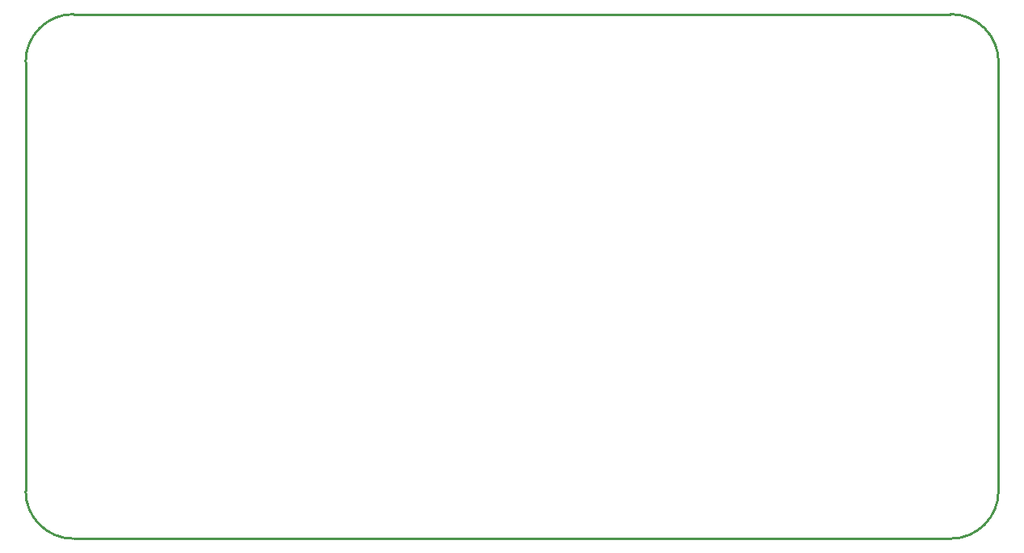
<source format=gko>
G04 Layer: BoardOutline*
G04 EasyEDA v6.4.7, 2020-12-24T11:11:18+08:00*
G04 a96b1d35a67042aea81d214db1df88de,0371d748834c44ad86c168cee136e782,10*
G04 Gerber Generator version 0.2*
G04 Scale: 100 percent, Rotated: No, Reflected: No *
G04 Dimensions in millimeters *
G04 leading zeros omitted , absolute positions ,3 integer and 3 decimal *
%FSLAX33Y33*%
%MOMM*%
G90*
D02*

%ADD10C,0.254000*%
G54D10*
G01X0Y4999D02*
G01X0Y50000D01*
G01X97000Y0D02*
G01X4999Y0D01*
G01X101999Y50000D02*
G01X101999Y4999D01*
G01X4999Y54999D02*
G01X97000Y54999D01*
G75*
G01X0Y50000D02*
G02X5000Y55000I5000J0D01*
G01*
G75*
G01X5000Y0D02*
G02X0Y5000I0J5000D01*
G01*
G75*
G01X102000Y5000D02*
G02X97000Y0I-5000J0D01*
G01*
G75*
G01X97000Y55000D02*
G02X102000Y50000I0J-5000D01*
G01*

%LPD*%
M00*
M02*

</source>
